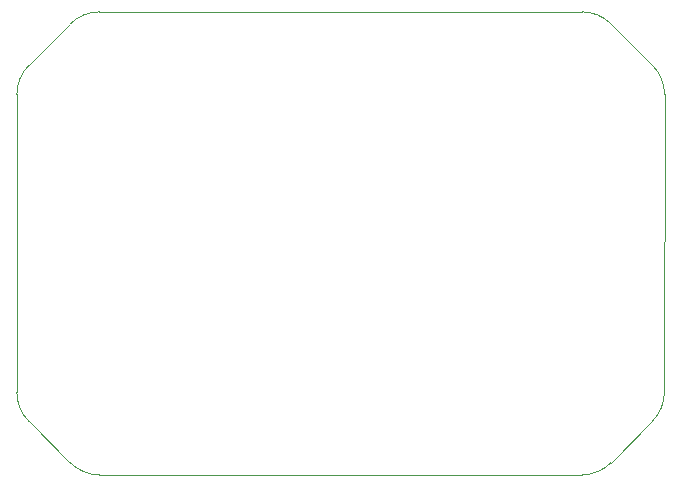
<source format=gm1>
%TF.GenerationSoftware,KiCad,Pcbnew,(6.0.0-0)*%
%TF.CreationDate,2022-01-25T22:05:01-05:00*%
%TF.ProjectId,Autodrone_V2,4175746f-6472-46f6-9e65-5f56322e6b69,rev?*%
%TF.SameCoordinates,Original*%
%TF.FileFunction,Profile,NP*%
%FSLAX46Y46*%
G04 Gerber Fmt 4.6, Leading zero omitted, Abs format (unit mm)*
G04 Created by KiCad (PCBNEW (6.0.0-0)) date 2022-01-25 22:05:01*
%MOMM*%
%LPD*%
G01*
G04 APERTURE LIST*
%TA.AperFunction,Profile*%
%ADD10C,0.100000*%
%TD*%
G04 APERTURE END LIST*
D10*
X124579999Y-104200000D02*
X124590000Y-79000000D01*
X117580000Y-72000000D02*
X76750000Y-72000000D01*
X69750000Y-79000001D02*
X69750000Y-104200000D01*
X117579999Y-111200000D02*
G75*
G03*
X120054873Y-110174874I2J3499995D01*
G01*
X123554873Y-106674874D02*
G75*
G03*
X124579999Y-104200000I-2474881J2474876D01*
G01*
X120054873Y-110174874D02*
X123554873Y-106674874D01*
X124590000Y-79000000D02*
G75*
G03*
X123564874Y-76525126I-3499995J2D01*
G01*
X120064884Y-73025116D02*
G75*
G03*
X117580000Y-72000000I-2474882J-2474881D01*
G01*
X123564874Y-76525126D02*
X120064874Y-73025126D01*
X74275126Y-110174874D02*
G75*
G03*
X76750000Y-111200000I2474876J2474881D01*
G01*
X69749999Y-104200000D02*
G75*
G03*
X70775125Y-106674874I3499995J-2D01*
G01*
X74275126Y-73025126D02*
X70775126Y-76525127D01*
X76750000Y-72000000D02*
G75*
G03*
X74275126Y-73025126I-2J-3499995D01*
G01*
X70775125Y-106674874D02*
X74275126Y-110174874D01*
X70775126Y-76525127D02*
G75*
G03*
X69750000Y-79000001I2474881J-2474876D01*
G01*
X76750000Y-111200000D02*
X117579999Y-111200000D01*
M02*

</source>
